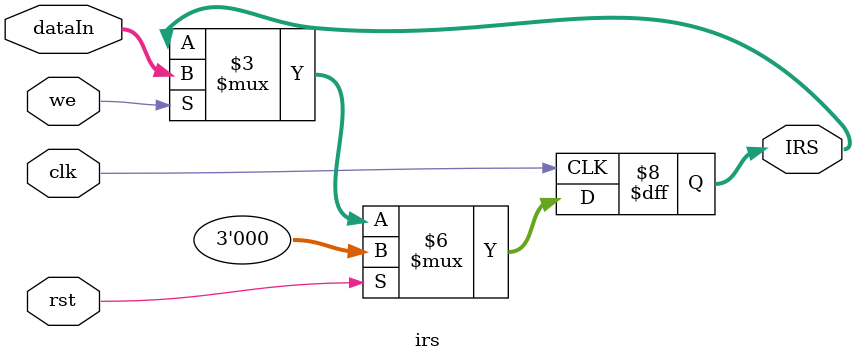
<source format=v>
module irs(clk, rst, we, dataIn, IRS);
    input clk, we, rst;
    input [2:0] dataIn;

    output reg [2:0] IRS;

    initial begin
        IRS = 3'b000;
    end

    always @(posedge clk) begin
        if (rst) IRS <= 3'b000;
        else if (we) begin
            IRS <= dataIn;
        end
    end

endmodule
</source>
